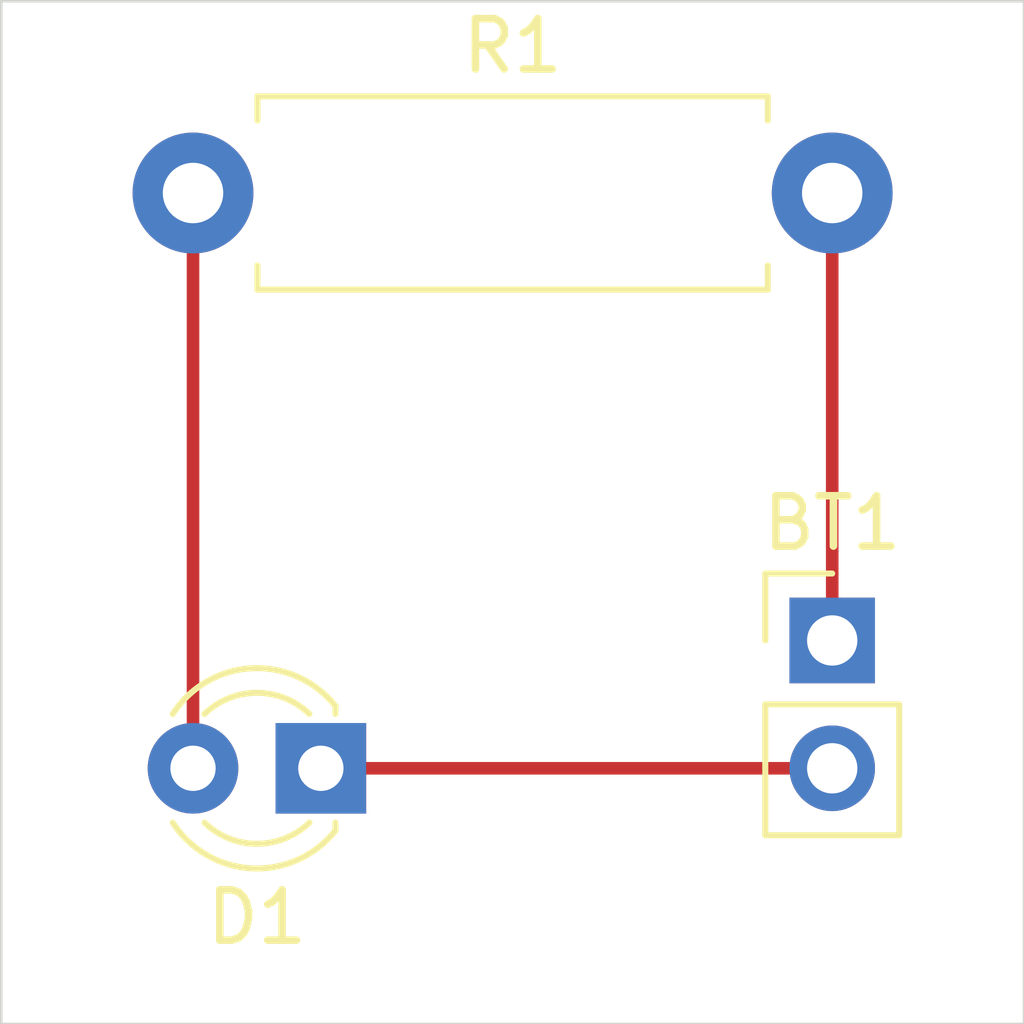
<source format=kicad_pcb>
(kicad_pcb (version 20171130) (host pcbnew 5.1.5-52549c5~85~ubuntu18.04.1)

  (general
    (thickness 1.6)
    (drawings 4)
    (tracks 3)
    (zones 0)
    (modules 3)
    (nets 4)
  )

  (page A4)
  (layers
    (0 F.Cu signal)
    (31 B.Cu signal)
    (32 B.Adhes user)
    (33 F.Adhes user)
    (34 B.Paste user)
    (35 F.Paste user)
    (36 B.SilkS user)
    (37 F.SilkS user)
    (38 B.Mask user)
    (39 F.Mask user)
    (40 Dwgs.User user)
    (41 Cmts.User user)
    (42 Eco1.User user)
    (43 Eco2.User user)
    (44 Edge.Cuts user)
    (45 Margin user)
    (46 B.CrtYd user)
    (47 F.CrtYd user)
    (48 B.Fab user)
    (49 F.Fab user)
  )

  (setup
    (last_trace_width 0.25)
    (trace_clearance 0.2)
    (zone_clearance 0.508)
    (zone_45_only no)
    (trace_min 0.2)
    (via_size 0.8)
    (via_drill 0.4)
    (via_min_size 0.4)
    (via_min_drill 0.3)
    (uvia_size 0.3)
    (uvia_drill 0.1)
    (uvias_allowed no)
    (uvia_min_size 0.2)
    (uvia_min_drill 0.1)
    (edge_width 0.05)
    (segment_width 0.2)
    (pcb_text_width 0.3)
    (pcb_text_size 1.5 1.5)
    (mod_edge_width 0.12)
    (mod_text_size 1 1)
    (mod_text_width 0.15)
    (pad_size 1.524 1.524)
    (pad_drill 0.762)
    (pad_to_mask_clearance 0.051)
    (solder_mask_min_width 0.25)
    (aux_axis_origin 0 0)
    (visible_elements FFFFFF7F)
    (pcbplotparams
      (layerselection 0x010fc_ffffffff)
      (usegerberextensions false)
      (usegerberattributes false)
      (usegerberadvancedattributes false)
      (creategerberjobfile false)
      (excludeedgelayer true)
      (linewidth 0.100000)
      (plotframeref false)
      (viasonmask false)
      (mode 1)
      (useauxorigin false)
      (hpglpennumber 1)
      (hpglpenspeed 20)
      (hpglpendiameter 15.000000)
      (psnegative false)
      (psa4output false)
      (plotreference true)
      (plotvalue true)
      (plotinvisibletext false)
      (padsonsilk false)
      (subtractmaskfromsilk false)
      (outputformat 1)
      (mirror false)
      (drillshape 1)
      (scaleselection 1)
      (outputdirectory ""))
  )

  (net 0 "")
  (net 1 "Net-(BT1-Pad1)")
  (net 2 "Net-(BT1-Pad2)")
  (net 3 "Net-(D1-Pad2)")

  (net_class Default "This is the default net class."
    (clearance 0.2)
    (trace_width 0.25)
    (via_dia 0.8)
    (via_drill 0.4)
    (uvia_dia 0.3)
    (uvia_drill 0.1)
    (add_net "Net-(BT1-Pad1)")
    (add_net "Net-(BT1-Pad2)")
    (add_net "Net-(D1-Pad2)")
  )

  (module Connector_PinHeader_2.54mm:PinHeader_1x02_P2.54mm_Vertical (layer F.Cu) (tedit 59FED5CC) (tstamp 5E890C8A)
    (at 128.27 96.52)
    (descr "Through hole straight pin header, 1x02, 2.54mm pitch, single row")
    (tags "Through hole pin header THT 1x02 2.54mm single row")
    (path /5E88D58E)
    (fp_text reference BT1 (at 0 -2.33) (layer F.SilkS)
      (effects (font (size 1 1) (thickness 0.15)))
    )
    (fp_text value 9V (at 0 4.87) (layer F.Fab)
      (effects (font (size 1 1) (thickness 0.15)))
    )
    (fp_line (start -0.635 -1.27) (end 1.27 -1.27) (layer F.Fab) (width 0.1))
    (fp_line (start 1.27 -1.27) (end 1.27 3.81) (layer F.Fab) (width 0.1))
    (fp_line (start 1.27 3.81) (end -1.27 3.81) (layer F.Fab) (width 0.1))
    (fp_line (start -1.27 3.81) (end -1.27 -0.635) (layer F.Fab) (width 0.1))
    (fp_line (start -1.27 -0.635) (end -0.635 -1.27) (layer F.Fab) (width 0.1))
    (fp_line (start -1.33 3.87) (end 1.33 3.87) (layer F.SilkS) (width 0.12))
    (fp_line (start -1.33 1.27) (end -1.33 3.87) (layer F.SilkS) (width 0.12))
    (fp_line (start 1.33 1.27) (end 1.33 3.87) (layer F.SilkS) (width 0.12))
    (fp_line (start -1.33 1.27) (end 1.33 1.27) (layer F.SilkS) (width 0.12))
    (fp_line (start -1.33 0) (end -1.33 -1.33) (layer F.SilkS) (width 0.12))
    (fp_line (start -1.33 -1.33) (end 0 -1.33) (layer F.SilkS) (width 0.12))
    (fp_line (start -1.8 -1.8) (end -1.8 4.35) (layer F.CrtYd) (width 0.05))
    (fp_line (start -1.8 4.35) (end 1.8 4.35) (layer F.CrtYd) (width 0.05))
    (fp_line (start 1.8 4.35) (end 1.8 -1.8) (layer F.CrtYd) (width 0.05))
    (fp_line (start 1.8 -1.8) (end -1.8 -1.8) (layer F.CrtYd) (width 0.05))
    (fp_text user %R (at 0 1.27 90) (layer F.Fab)
      (effects (font (size 1 1) (thickness 0.15)))
    )
    (pad 1 thru_hole rect (at 0 0) (size 1.7 1.7) (drill 1) (layers *.Cu *.Mask)
      (net 1 "Net-(BT1-Pad1)"))
    (pad 2 thru_hole oval (at 0 2.54) (size 1.7 1.7) (drill 1) (layers *.Cu *.Mask)
      (net 2 "Net-(BT1-Pad2)"))
    (model ${KISYS3DMOD}/Connector_PinHeader_2.54mm.3dshapes/PinHeader_1x02_P2.54mm_Vertical.wrl
      (at (xyz 0 0 0))
      (scale (xyz 1 1 1))
      (rotate (xyz 0 0 0))
    )
  )

  (module LED_THT:LED_D3.0mm (layer F.Cu) (tedit 587A3A7B) (tstamp 5E8909AA)
    (at 118.11 99.06 180)
    (descr "LED, diameter 3.0mm, 2 pins")
    (tags "LED diameter 3.0mm 2 pins")
    (path /5E889BE3)
    (fp_text reference D1 (at 1.27 -2.96) (layer F.SilkS)
      (effects (font (size 1 1) (thickness 0.15)))
    )
    (fp_text value RED (at 1.27 2.96) (layer F.Fab)
      (effects (font (size 1 1) (thickness 0.15)))
    )
    (fp_arc (start 1.27 0) (end -0.23 -1.16619) (angle 284.3) (layer F.Fab) (width 0.1))
    (fp_arc (start 1.27 0) (end -0.29 -1.235516) (angle 108.8) (layer F.SilkS) (width 0.12))
    (fp_arc (start 1.27 0) (end -0.29 1.235516) (angle -108.8) (layer F.SilkS) (width 0.12))
    (fp_arc (start 1.27 0) (end 0.229039 -1.08) (angle 87.9) (layer F.SilkS) (width 0.12))
    (fp_arc (start 1.27 0) (end 0.229039 1.08) (angle -87.9) (layer F.SilkS) (width 0.12))
    (fp_circle (center 1.27 0) (end 2.77 0) (layer F.Fab) (width 0.1))
    (fp_line (start -0.23 -1.16619) (end -0.23 1.16619) (layer F.Fab) (width 0.1))
    (fp_line (start -0.29 -1.236) (end -0.29 -1.08) (layer F.SilkS) (width 0.12))
    (fp_line (start -0.29 1.08) (end -0.29 1.236) (layer F.SilkS) (width 0.12))
    (fp_line (start -1.15 -2.25) (end -1.15 2.25) (layer F.CrtYd) (width 0.05))
    (fp_line (start -1.15 2.25) (end 3.7 2.25) (layer F.CrtYd) (width 0.05))
    (fp_line (start 3.7 2.25) (end 3.7 -2.25) (layer F.CrtYd) (width 0.05))
    (fp_line (start 3.7 -2.25) (end -1.15 -2.25) (layer F.CrtYd) (width 0.05))
    (pad 1 thru_hole rect (at 0 0 180) (size 1.8 1.8) (drill 0.9) (layers *.Cu *.Mask)
      (net 2 "Net-(BT1-Pad2)"))
    (pad 2 thru_hole circle (at 2.54 0 180) (size 1.8 1.8) (drill 0.9) (layers *.Cu *.Mask)
      (net 3 "Net-(D1-Pad2)"))
    (model ${KISYS3DMOD}/LED_THT.3dshapes/LED_D3.0mm.wrl
      (at (xyz 0 0 0))
      (scale (xyz 1 1 1))
      (rotate (xyz 0 0 0))
    )
  )

  (module Resistor_THT:R_Axial_DIN0411_L9.9mm_D3.6mm_P12.70mm_Horizontal (layer F.Cu) (tedit 5AE5139B) (tstamp 5E8909C1)
    (at 115.57 87.63)
    (descr "Resistor, Axial_DIN0411 series, Axial, Horizontal, pin pitch=12.7mm, 1W, length*diameter=9.9*3.6mm^2")
    (tags "Resistor Axial_DIN0411 series Axial Horizontal pin pitch 12.7mm 1W length 9.9mm diameter 3.6mm")
    (path /5E88AC58)
    (fp_text reference R1 (at 6.35 -2.92) (layer F.SilkS)
      (effects (font (size 1 1) (thickness 0.15)))
    )
    (fp_text value 470 (at 6.35 2.92) (layer F.Fab)
      (effects (font (size 1 1) (thickness 0.15)))
    )
    (fp_line (start 1.4 -1.8) (end 1.4 1.8) (layer F.Fab) (width 0.1))
    (fp_line (start 1.4 1.8) (end 11.3 1.8) (layer F.Fab) (width 0.1))
    (fp_line (start 11.3 1.8) (end 11.3 -1.8) (layer F.Fab) (width 0.1))
    (fp_line (start 11.3 -1.8) (end 1.4 -1.8) (layer F.Fab) (width 0.1))
    (fp_line (start 0 0) (end 1.4 0) (layer F.Fab) (width 0.1))
    (fp_line (start 12.7 0) (end 11.3 0) (layer F.Fab) (width 0.1))
    (fp_line (start 1.28 -1.44) (end 1.28 -1.92) (layer F.SilkS) (width 0.12))
    (fp_line (start 1.28 -1.92) (end 11.42 -1.92) (layer F.SilkS) (width 0.12))
    (fp_line (start 11.42 -1.92) (end 11.42 -1.44) (layer F.SilkS) (width 0.12))
    (fp_line (start 1.28 1.44) (end 1.28 1.92) (layer F.SilkS) (width 0.12))
    (fp_line (start 1.28 1.92) (end 11.42 1.92) (layer F.SilkS) (width 0.12))
    (fp_line (start 11.42 1.92) (end 11.42 1.44) (layer F.SilkS) (width 0.12))
    (fp_line (start -1.45 -2.05) (end -1.45 2.05) (layer F.CrtYd) (width 0.05))
    (fp_line (start -1.45 2.05) (end 14.15 2.05) (layer F.CrtYd) (width 0.05))
    (fp_line (start 14.15 2.05) (end 14.15 -2.05) (layer F.CrtYd) (width 0.05))
    (fp_line (start 14.15 -2.05) (end -1.45 -2.05) (layer F.CrtYd) (width 0.05))
    (fp_text user %R (at 6.35 0) (layer F.Fab)
      (effects (font (size 1 1) (thickness 0.15)))
    )
    (pad 1 thru_hole circle (at 0 0) (size 2.4 2.4) (drill 1.2) (layers *.Cu *.Mask)
      (net 3 "Net-(D1-Pad2)"))
    (pad 2 thru_hole oval (at 12.7 0) (size 2.4 2.4) (drill 1.2) (layers *.Cu *.Mask)
      (net 1 "Net-(BT1-Pad1)"))
    (model ${KISYS3DMOD}/Resistor_THT.3dshapes/R_Axial_DIN0411_L9.9mm_D3.6mm_P12.70mm_Horizontal.wrl
      (at (xyz 0 0 0))
      (scale (xyz 1 1 1))
      (rotate (xyz 0 0 0))
    )
  )

  (gr_line (start 111.76 104.14) (end 111.76 83.82) (layer Edge.Cuts) (width 0.05) (tstamp 5E890D93))
  (gr_line (start 132.08 104.14) (end 111.76 104.14) (layer Edge.Cuts) (width 0.05))
  (gr_line (start 132.08 83.82) (end 132.08 104.14) (layer Edge.Cuts) (width 0.05))
  (gr_line (start 111.76 83.82) (end 132.08 83.82) (layer Edge.Cuts) (width 0.05))

  (segment (start 128.27 87.63) (end 128.27 96.52) (width 0.25) (layer F.Cu) (net 1))
  (segment (start 118.11 99.06) (end 128.27 99.06) (width 0.25) (layer F.Cu) (net 2))
  (segment (start 115.57 87.63) (end 115.57 99.06) (width 0.25) (layer F.Cu) (net 3))

)

</source>
